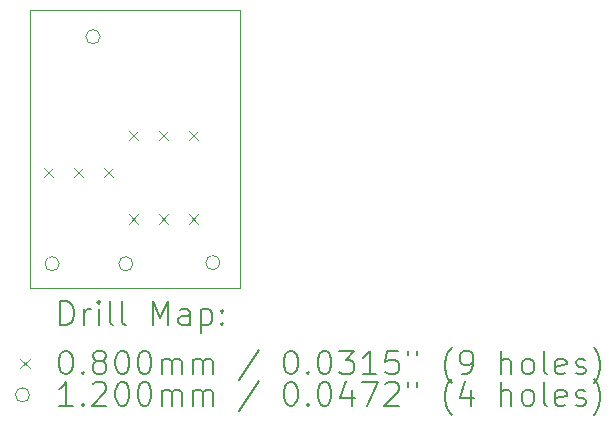
<source format=gbr>
%TF.GenerationSoftware,KiCad,Pcbnew,8.0.5*%
%TF.CreationDate,2025-01-13T21:43:44-08:00*%
%TF.ProjectId,hyperion,68797065-7269-46f6-9e2e-6b696361645f,rev?*%
%TF.SameCoordinates,Original*%
%TF.FileFunction,Drillmap*%
%TF.FilePolarity,Positive*%
%FSLAX45Y45*%
G04 Gerber Fmt 4.5, Leading zero omitted, Abs format (unit mm)*
G04 Created by KiCad (PCBNEW 8.0.5) date 2025-01-13 21:43:44*
%MOMM*%
%LPD*%
G01*
G04 APERTURE LIST*
%ADD10C,0.050000*%
%ADD11C,0.200000*%
%ADD12C,0.100000*%
%ADD13C,0.120000*%
G04 APERTURE END LIST*
D10*
X12700000Y-12700000D02*
X14478000Y-12700000D01*
X14478000Y-12700000D02*
X14478000Y-10350500D01*
X12700000Y-10350500D02*
X12700000Y-12700000D01*
X14478000Y-10350500D02*
X12700000Y-10350500D01*
D11*
D12*
X12817480Y-11684640D02*
X12897480Y-11764640D01*
X12897480Y-11684640D02*
X12817480Y-11764640D01*
X13071480Y-11684640D02*
X13151480Y-11764640D01*
X13151480Y-11684640D02*
X13071480Y-11764640D01*
X13325480Y-11684640D02*
X13405480Y-11764640D01*
X13405480Y-11684640D02*
X13325480Y-11764640D01*
X13536000Y-11369000D02*
X13616000Y-11449000D01*
X13616000Y-11369000D02*
X13536000Y-11449000D01*
X13536000Y-12076000D02*
X13616000Y-12156000D01*
X13616000Y-12076000D02*
X13536000Y-12156000D01*
X13790000Y-11369000D02*
X13870000Y-11449000D01*
X13870000Y-11369000D02*
X13790000Y-11449000D01*
X13790000Y-12076000D02*
X13870000Y-12156000D01*
X13870000Y-12076000D02*
X13790000Y-12156000D01*
X14044000Y-11369000D02*
X14124000Y-11449000D01*
X14124000Y-11369000D02*
X14044000Y-11449000D01*
X14044000Y-12076000D02*
X14124000Y-12156000D01*
X14124000Y-12076000D02*
X14044000Y-12156000D01*
D13*
X12947960Y-12496800D02*
G75*
G02*
X12827960Y-12496800I-60000J0D01*
G01*
X12827960Y-12496800D02*
G75*
G02*
X12947960Y-12496800I60000J0D01*
G01*
X13294500Y-10573000D02*
G75*
G02*
X13174500Y-10573000I-60000J0D01*
G01*
X13174500Y-10573000D02*
G75*
G02*
X13294500Y-10573000I60000J0D01*
G01*
X13572800Y-12496800D02*
G75*
G02*
X13452800Y-12496800I-60000J0D01*
G01*
X13452800Y-12496800D02*
G75*
G02*
X13572800Y-12496800I60000J0D01*
G01*
X14309400Y-12486640D02*
G75*
G02*
X14189400Y-12486640I-60000J0D01*
G01*
X14189400Y-12486640D02*
G75*
G02*
X14309400Y-12486640I60000J0D01*
G01*
D11*
X12958277Y-13013984D02*
X12958277Y-12813984D01*
X12958277Y-12813984D02*
X13005896Y-12813984D01*
X13005896Y-12813984D02*
X13034467Y-12823508D01*
X13034467Y-12823508D02*
X13053515Y-12842555D01*
X13053515Y-12842555D02*
X13063039Y-12861603D01*
X13063039Y-12861603D02*
X13072562Y-12899698D01*
X13072562Y-12899698D02*
X13072562Y-12928269D01*
X13072562Y-12928269D02*
X13063039Y-12966365D01*
X13063039Y-12966365D02*
X13053515Y-12985412D01*
X13053515Y-12985412D02*
X13034467Y-13004460D01*
X13034467Y-13004460D02*
X13005896Y-13013984D01*
X13005896Y-13013984D02*
X12958277Y-13013984D01*
X13158277Y-13013984D02*
X13158277Y-12880650D01*
X13158277Y-12918746D02*
X13167801Y-12899698D01*
X13167801Y-12899698D02*
X13177324Y-12890174D01*
X13177324Y-12890174D02*
X13196372Y-12880650D01*
X13196372Y-12880650D02*
X13215420Y-12880650D01*
X13282086Y-13013984D02*
X13282086Y-12880650D01*
X13282086Y-12813984D02*
X13272562Y-12823508D01*
X13272562Y-12823508D02*
X13282086Y-12833031D01*
X13282086Y-12833031D02*
X13291610Y-12823508D01*
X13291610Y-12823508D02*
X13282086Y-12813984D01*
X13282086Y-12813984D02*
X13282086Y-12833031D01*
X13405896Y-13013984D02*
X13386848Y-13004460D01*
X13386848Y-13004460D02*
X13377324Y-12985412D01*
X13377324Y-12985412D02*
X13377324Y-12813984D01*
X13510658Y-13013984D02*
X13491610Y-13004460D01*
X13491610Y-13004460D02*
X13482086Y-12985412D01*
X13482086Y-12985412D02*
X13482086Y-12813984D01*
X13739229Y-13013984D02*
X13739229Y-12813984D01*
X13739229Y-12813984D02*
X13805896Y-12956841D01*
X13805896Y-12956841D02*
X13872562Y-12813984D01*
X13872562Y-12813984D02*
X13872562Y-13013984D01*
X14053515Y-13013984D02*
X14053515Y-12909222D01*
X14053515Y-12909222D02*
X14043991Y-12890174D01*
X14043991Y-12890174D02*
X14024943Y-12880650D01*
X14024943Y-12880650D02*
X13986848Y-12880650D01*
X13986848Y-12880650D02*
X13967801Y-12890174D01*
X14053515Y-13004460D02*
X14034467Y-13013984D01*
X14034467Y-13013984D02*
X13986848Y-13013984D01*
X13986848Y-13013984D02*
X13967801Y-13004460D01*
X13967801Y-13004460D02*
X13958277Y-12985412D01*
X13958277Y-12985412D02*
X13958277Y-12966365D01*
X13958277Y-12966365D02*
X13967801Y-12947317D01*
X13967801Y-12947317D02*
X13986848Y-12937793D01*
X13986848Y-12937793D02*
X14034467Y-12937793D01*
X14034467Y-12937793D02*
X14053515Y-12928269D01*
X14148753Y-12880650D02*
X14148753Y-13080650D01*
X14148753Y-12890174D02*
X14167801Y-12880650D01*
X14167801Y-12880650D02*
X14205896Y-12880650D01*
X14205896Y-12880650D02*
X14224943Y-12890174D01*
X14224943Y-12890174D02*
X14234467Y-12899698D01*
X14234467Y-12899698D02*
X14243991Y-12918746D01*
X14243991Y-12918746D02*
X14243991Y-12975888D01*
X14243991Y-12975888D02*
X14234467Y-12994936D01*
X14234467Y-12994936D02*
X14224943Y-13004460D01*
X14224943Y-13004460D02*
X14205896Y-13013984D01*
X14205896Y-13013984D02*
X14167801Y-13013984D01*
X14167801Y-13013984D02*
X14148753Y-13004460D01*
X14329705Y-12994936D02*
X14339229Y-13004460D01*
X14339229Y-13004460D02*
X14329705Y-13013984D01*
X14329705Y-13013984D02*
X14320182Y-13004460D01*
X14320182Y-13004460D02*
X14329705Y-12994936D01*
X14329705Y-12994936D02*
X14329705Y-13013984D01*
X14329705Y-12890174D02*
X14339229Y-12899698D01*
X14339229Y-12899698D02*
X14329705Y-12909222D01*
X14329705Y-12909222D02*
X14320182Y-12899698D01*
X14320182Y-12899698D02*
X14329705Y-12890174D01*
X14329705Y-12890174D02*
X14329705Y-12909222D01*
D12*
X12617500Y-13302500D02*
X12697500Y-13382500D01*
X12697500Y-13302500D02*
X12617500Y-13382500D01*
D11*
X12996372Y-13233984D02*
X13015420Y-13233984D01*
X13015420Y-13233984D02*
X13034467Y-13243508D01*
X13034467Y-13243508D02*
X13043991Y-13253031D01*
X13043991Y-13253031D02*
X13053515Y-13272079D01*
X13053515Y-13272079D02*
X13063039Y-13310174D01*
X13063039Y-13310174D02*
X13063039Y-13357793D01*
X13063039Y-13357793D02*
X13053515Y-13395888D01*
X13053515Y-13395888D02*
X13043991Y-13414936D01*
X13043991Y-13414936D02*
X13034467Y-13424460D01*
X13034467Y-13424460D02*
X13015420Y-13433984D01*
X13015420Y-13433984D02*
X12996372Y-13433984D01*
X12996372Y-13433984D02*
X12977324Y-13424460D01*
X12977324Y-13424460D02*
X12967801Y-13414936D01*
X12967801Y-13414936D02*
X12958277Y-13395888D01*
X12958277Y-13395888D02*
X12948753Y-13357793D01*
X12948753Y-13357793D02*
X12948753Y-13310174D01*
X12948753Y-13310174D02*
X12958277Y-13272079D01*
X12958277Y-13272079D02*
X12967801Y-13253031D01*
X12967801Y-13253031D02*
X12977324Y-13243508D01*
X12977324Y-13243508D02*
X12996372Y-13233984D01*
X13148753Y-13414936D02*
X13158277Y-13424460D01*
X13158277Y-13424460D02*
X13148753Y-13433984D01*
X13148753Y-13433984D02*
X13139229Y-13424460D01*
X13139229Y-13424460D02*
X13148753Y-13414936D01*
X13148753Y-13414936D02*
X13148753Y-13433984D01*
X13272562Y-13319698D02*
X13253515Y-13310174D01*
X13253515Y-13310174D02*
X13243991Y-13300650D01*
X13243991Y-13300650D02*
X13234467Y-13281603D01*
X13234467Y-13281603D02*
X13234467Y-13272079D01*
X13234467Y-13272079D02*
X13243991Y-13253031D01*
X13243991Y-13253031D02*
X13253515Y-13243508D01*
X13253515Y-13243508D02*
X13272562Y-13233984D01*
X13272562Y-13233984D02*
X13310658Y-13233984D01*
X13310658Y-13233984D02*
X13329705Y-13243508D01*
X13329705Y-13243508D02*
X13339229Y-13253031D01*
X13339229Y-13253031D02*
X13348753Y-13272079D01*
X13348753Y-13272079D02*
X13348753Y-13281603D01*
X13348753Y-13281603D02*
X13339229Y-13300650D01*
X13339229Y-13300650D02*
X13329705Y-13310174D01*
X13329705Y-13310174D02*
X13310658Y-13319698D01*
X13310658Y-13319698D02*
X13272562Y-13319698D01*
X13272562Y-13319698D02*
X13253515Y-13329222D01*
X13253515Y-13329222D02*
X13243991Y-13338746D01*
X13243991Y-13338746D02*
X13234467Y-13357793D01*
X13234467Y-13357793D02*
X13234467Y-13395888D01*
X13234467Y-13395888D02*
X13243991Y-13414936D01*
X13243991Y-13414936D02*
X13253515Y-13424460D01*
X13253515Y-13424460D02*
X13272562Y-13433984D01*
X13272562Y-13433984D02*
X13310658Y-13433984D01*
X13310658Y-13433984D02*
X13329705Y-13424460D01*
X13329705Y-13424460D02*
X13339229Y-13414936D01*
X13339229Y-13414936D02*
X13348753Y-13395888D01*
X13348753Y-13395888D02*
X13348753Y-13357793D01*
X13348753Y-13357793D02*
X13339229Y-13338746D01*
X13339229Y-13338746D02*
X13329705Y-13329222D01*
X13329705Y-13329222D02*
X13310658Y-13319698D01*
X13472562Y-13233984D02*
X13491610Y-13233984D01*
X13491610Y-13233984D02*
X13510658Y-13243508D01*
X13510658Y-13243508D02*
X13520182Y-13253031D01*
X13520182Y-13253031D02*
X13529705Y-13272079D01*
X13529705Y-13272079D02*
X13539229Y-13310174D01*
X13539229Y-13310174D02*
X13539229Y-13357793D01*
X13539229Y-13357793D02*
X13529705Y-13395888D01*
X13529705Y-13395888D02*
X13520182Y-13414936D01*
X13520182Y-13414936D02*
X13510658Y-13424460D01*
X13510658Y-13424460D02*
X13491610Y-13433984D01*
X13491610Y-13433984D02*
X13472562Y-13433984D01*
X13472562Y-13433984D02*
X13453515Y-13424460D01*
X13453515Y-13424460D02*
X13443991Y-13414936D01*
X13443991Y-13414936D02*
X13434467Y-13395888D01*
X13434467Y-13395888D02*
X13424943Y-13357793D01*
X13424943Y-13357793D02*
X13424943Y-13310174D01*
X13424943Y-13310174D02*
X13434467Y-13272079D01*
X13434467Y-13272079D02*
X13443991Y-13253031D01*
X13443991Y-13253031D02*
X13453515Y-13243508D01*
X13453515Y-13243508D02*
X13472562Y-13233984D01*
X13663039Y-13233984D02*
X13682086Y-13233984D01*
X13682086Y-13233984D02*
X13701134Y-13243508D01*
X13701134Y-13243508D02*
X13710658Y-13253031D01*
X13710658Y-13253031D02*
X13720182Y-13272079D01*
X13720182Y-13272079D02*
X13729705Y-13310174D01*
X13729705Y-13310174D02*
X13729705Y-13357793D01*
X13729705Y-13357793D02*
X13720182Y-13395888D01*
X13720182Y-13395888D02*
X13710658Y-13414936D01*
X13710658Y-13414936D02*
X13701134Y-13424460D01*
X13701134Y-13424460D02*
X13682086Y-13433984D01*
X13682086Y-13433984D02*
X13663039Y-13433984D01*
X13663039Y-13433984D02*
X13643991Y-13424460D01*
X13643991Y-13424460D02*
X13634467Y-13414936D01*
X13634467Y-13414936D02*
X13624943Y-13395888D01*
X13624943Y-13395888D02*
X13615420Y-13357793D01*
X13615420Y-13357793D02*
X13615420Y-13310174D01*
X13615420Y-13310174D02*
X13624943Y-13272079D01*
X13624943Y-13272079D02*
X13634467Y-13253031D01*
X13634467Y-13253031D02*
X13643991Y-13243508D01*
X13643991Y-13243508D02*
X13663039Y-13233984D01*
X13815420Y-13433984D02*
X13815420Y-13300650D01*
X13815420Y-13319698D02*
X13824943Y-13310174D01*
X13824943Y-13310174D02*
X13843991Y-13300650D01*
X13843991Y-13300650D02*
X13872563Y-13300650D01*
X13872563Y-13300650D02*
X13891610Y-13310174D01*
X13891610Y-13310174D02*
X13901134Y-13329222D01*
X13901134Y-13329222D02*
X13901134Y-13433984D01*
X13901134Y-13329222D02*
X13910658Y-13310174D01*
X13910658Y-13310174D02*
X13929705Y-13300650D01*
X13929705Y-13300650D02*
X13958277Y-13300650D01*
X13958277Y-13300650D02*
X13977324Y-13310174D01*
X13977324Y-13310174D02*
X13986848Y-13329222D01*
X13986848Y-13329222D02*
X13986848Y-13433984D01*
X14082086Y-13433984D02*
X14082086Y-13300650D01*
X14082086Y-13319698D02*
X14091610Y-13310174D01*
X14091610Y-13310174D02*
X14110658Y-13300650D01*
X14110658Y-13300650D02*
X14139229Y-13300650D01*
X14139229Y-13300650D02*
X14158277Y-13310174D01*
X14158277Y-13310174D02*
X14167801Y-13329222D01*
X14167801Y-13329222D02*
X14167801Y-13433984D01*
X14167801Y-13329222D02*
X14177324Y-13310174D01*
X14177324Y-13310174D02*
X14196372Y-13300650D01*
X14196372Y-13300650D02*
X14224943Y-13300650D01*
X14224943Y-13300650D02*
X14243991Y-13310174D01*
X14243991Y-13310174D02*
X14253515Y-13329222D01*
X14253515Y-13329222D02*
X14253515Y-13433984D01*
X14643991Y-13224460D02*
X14472563Y-13481603D01*
X14901134Y-13233984D02*
X14920182Y-13233984D01*
X14920182Y-13233984D02*
X14939229Y-13243508D01*
X14939229Y-13243508D02*
X14948753Y-13253031D01*
X14948753Y-13253031D02*
X14958277Y-13272079D01*
X14958277Y-13272079D02*
X14967801Y-13310174D01*
X14967801Y-13310174D02*
X14967801Y-13357793D01*
X14967801Y-13357793D02*
X14958277Y-13395888D01*
X14958277Y-13395888D02*
X14948753Y-13414936D01*
X14948753Y-13414936D02*
X14939229Y-13424460D01*
X14939229Y-13424460D02*
X14920182Y-13433984D01*
X14920182Y-13433984D02*
X14901134Y-13433984D01*
X14901134Y-13433984D02*
X14882086Y-13424460D01*
X14882086Y-13424460D02*
X14872563Y-13414936D01*
X14872563Y-13414936D02*
X14863039Y-13395888D01*
X14863039Y-13395888D02*
X14853515Y-13357793D01*
X14853515Y-13357793D02*
X14853515Y-13310174D01*
X14853515Y-13310174D02*
X14863039Y-13272079D01*
X14863039Y-13272079D02*
X14872563Y-13253031D01*
X14872563Y-13253031D02*
X14882086Y-13243508D01*
X14882086Y-13243508D02*
X14901134Y-13233984D01*
X15053515Y-13414936D02*
X15063039Y-13424460D01*
X15063039Y-13424460D02*
X15053515Y-13433984D01*
X15053515Y-13433984D02*
X15043991Y-13424460D01*
X15043991Y-13424460D02*
X15053515Y-13414936D01*
X15053515Y-13414936D02*
X15053515Y-13433984D01*
X15186848Y-13233984D02*
X15205896Y-13233984D01*
X15205896Y-13233984D02*
X15224944Y-13243508D01*
X15224944Y-13243508D02*
X15234467Y-13253031D01*
X15234467Y-13253031D02*
X15243991Y-13272079D01*
X15243991Y-13272079D02*
X15253515Y-13310174D01*
X15253515Y-13310174D02*
X15253515Y-13357793D01*
X15253515Y-13357793D02*
X15243991Y-13395888D01*
X15243991Y-13395888D02*
X15234467Y-13414936D01*
X15234467Y-13414936D02*
X15224944Y-13424460D01*
X15224944Y-13424460D02*
X15205896Y-13433984D01*
X15205896Y-13433984D02*
X15186848Y-13433984D01*
X15186848Y-13433984D02*
X15167801Y-13424460D01*
X15167801Y-13424460D02*
X15158277Y-13414936D01*
X15158277Y-13414936D02*
X15148753Y-13395888D01*
X15148753Y-13395888D02*
X15139229Y-13357793D01*
X15139229Y-13357793D02*
X15139229Y-13310174D01*
X15139229Y-13310174D02*
X15148753Y-13272079D01*
X15148753Y-13272079D02*
X15158277Y-13253031D01*
X15158277Y-13253031D02*
X15167801Y-13243508D01*
X15167801Y-13243508D02*
X15186848Y-13233984D01*
X15320182Y-13233984D02*
X15443991Y-13233984D01*
X15443991Y-13233984D02*
X15377325Y-13310174D01*
X15377325Y-13310174D02*
X15405896Y-13310174D01*
X15405896Y-13310174D02*
X15424944Y-13319698D01*
X15424944Y-13319698D02*
X15434467Y-13329222D01*
X15434467Y-13329222D02*
X15443991Y-13348269D01*
X15443991Y-13348269D02*
X15443991Y-13395888D01*
X15443991Y-13395888D02*
X15434467Y-13414936D01*
X15434467Y-13414936D02*
X15424944Y-13424460D01*
X15424944Y-13424460D02*
X15405896Y-13433984D01*
X15405896Y-13433984D02*
X15348753Y-13433984D01*
X15348753Y-13433984D02*
X15329706Y-13424460D01*
X15329706Y-13424460D02*
X15320182Y-13414936D01*
X15634467Y-13433984D02*
X15520182Y-13433984D01*
X15577325Y-13433984D02*
X15577325Y-13233984D01*
X15577325Y-13233984D02*
X15558277Y-13262555D01*
X15558277Y-13262555D02*
X15539229Y-13281603D01*
X15539229Y-13281603D02*
X15520182Y-13291127D01*
X15815420Y-13233984D02*
X15720182Y-13233984D01*
X15720182Y-13233984D02*
X15710658Y-13329222D01*
X15710658Y-13329222D02*
X15720182Y-13319698D01*
X15720182Y-13319698D02*
X15739229Y-13310174D01*
X15739229Y-13310174D02*
X15786848Y-13310174D01*
X15786848Y-13310174D02*
X15805896Y-13319698D01*
X15805896Y-13319698D02*
X15815420Y-13329222D01*
X15815420Y-13329222D02*
X15824944Y-13348269D01*
X15824944Y-13348269D02*
X15824944Y-13395888D01*
X15824944Y-13395888D02*
X15815420Y-13414936D01*
X15815420Y-13414936D02*
X15805896Y-13424460D01*
X15805896Y-13424460D02*
X15786848Y-13433984D01*
X15786848Y-13433984D02*
X15739229Y-13433984D01*
X15739229Y-13433984D02*
X15720182Y-13424460D01*
X15720182Y-13424460D02*
X15710658Y-13414936D01*
X15901134Y-13233984D02*
X15901134Y-13272079D01*
X15977325Y-13233984D02*
X15977325Y-13272079D01*
X16272563Y-13510174D02*
X16263039Y-13500650D01*
X16263039Y-13500650D02*
X16243991Y-13472079D01*
X16243991Y-13472079D02*
X16234468Y-13453031D01*
X16234468Y-13453031D02*
X16224944Y-13424460D01*
X16224944Y-13424460D02*
X16215420Y-13376841D01*
X16215420Y-13376841D02*
X16215420Y-13338746D01*
X16215420Y-13338746D02*
X16224944Y-13291127D01*
X16224944Y-13291127D02*
X16234468Y-13262555D01*
X16234468Y-13262555D02*
X16243991Y-13243508D01*
X16243991Y-13243508D02*
X16263039Y-13214936D01*
X16263039Y-13214936D02*
X16272563Y-13205412D01*
X16358277Y-13433984D02*
X16396372Y-13433984D01*
X16396372Y-13433984D02*
X16415420Y-13424460D01*
X16415420Y-13424460D02*
X16424944Y-13414936D01*
X16424944Y-13414936D02*
X16443991Y-13386365D01*
X16443991Y-13386365D02*
X16453515Y-13348269D01*
X16453515Y-13348269D02*
X16453515Y-13272079D01*
X16453515Y-13272079D02*
X16443991Y-13253031D01*
X16443991Y-13253031D02*
X16434468Y-13243508D01*
X16434468Y-13243508D02*
X16415420Y-13233984D01*
X16415420Y-13233984D02*
X16377325Y-13233984D01*
X16377325Y-13233984D02*
X16358277Y-13243508D01*
X16358277Y-13243508D02*
X16348753Y-13253031D01*
X16348753Y-13253031D02*
X16339229Y-13272079D01*
X16339229Y-13272079D02*
X16339229Y-13319698D01*
X16339229Y-13319698D02*
X16348753Y-13338746D01*
X16348753Y-13338746D02*
X16358277Y-13348269D01*
X16358277Y-13348269D02*
X16377325Y-13357793D01*
X16377325Y-13357793D02*
X16415420Y-13357793D01*
X16415420Y-13357793D02*
X16434468Y-13348269D01*
X16434468Y-13348269D02*
X16443991Y-13338746D01*
X16443991Y-13338746D02*
X16453515Y-13319698D01*
X16691610Y-13433984D02*
X16691610Y-13233984D01*
X16777325Y-13433984D02*
X16777325Y-13329222D01*
X16777325Y-13329222D02*
X16767801Y-13310174D01*
X16767801Y-13310174D02*
X16748753Y-13300650D01*
X16748753Y-13300650D02*
X16720182Y-13300650D01*
X16720182Y-13300650D02*
X16701134Y-13310174D01*
X16701134Y-13310174D02*
X16691610Y-13319698D01*
X16901134Y-13433984D02*
X16882087Y-13424460D01*
X16882087Y-13424460D02*
X16872563Y-13414936D01*
X16872563Y-13414936D02*
X16863039Y-13395888D01*
X16863039Y-13395888D02*
X16863039Y-13338746D01*
X16863039Y-13338746D02*
X16872563Y-13319698D01*
X16872563Y-13319698D02*
X16882087Y-13310174D01*
X16882087Y-13310174D02*
X16901134Y-13300650D01*
X16901134Y-13300650D02*
X16929706Y-13300650D01*
X16929706Y-13300650D02*
X16948753Y-13310174D01*
X16948753Y-13310174D02*
X16958277Y-13319698D01*
X16958277Y-13319698D02*
X16967801Y-13338746D01*
X16967801Y-13338746D02*
X16967801Y-13395888D01*
X16967801Y-13395888D02*
X16958277Y-13414936D01*
X16958277Y-13414936D02*
X16948753Y-13424460D01*
X16948753Y-13424460D02*
X16929706Y-13433984D01*
X16929706Y-13433984D02*
X16901134Y-13433984D01*
X17082087Y-13433984D02*
X17063039Y-13424460D01*
X17063039Y-13424460D02*
X17053515Y-13405412D01*
X17053515Y-13405412D02*
X17053515Y-13233984D01*
X17234468Y-13424460D02*
X17215420Y-13433984D01*
X17215420Y-13433984D02*
X17177325Y-13433984D01*
X17177325Y-13433984D02*
X17158277Y-13424460D01*
X17158277Y-13424460D02*
X17148753Y-13405412D01*
X17148753Y-13405412D02*
X17148753Y-13329222D01*
X17148753Y-13329222D02*
X17158277Y-13310174D01*
X17158277Y-13310174D02*
X17177325Y-13300650D01*
X17177325Y-13300650D02*
X17215420Y-13300650D01*
X17215420Y-13300650D02*
X17234468Y-13310174D01*
X17234468Y-13310174D02*
X17243992Y-13329222D01*
X17243992Y-13329222D02*
X17243992Y-13348269D01*
X17243992Y-13348269D02*
X17148753Y-13367317D01*
X17320182Y-13424460D02*
X17339230Y-13433984D01*
X17339230Y-13433984D02*
X17377325Y-13433984D01*
X17377325Y-13433984D02*
X17396373Y-13424460D01*
X17396373Y-13424460D02*
X17405896Y-13405412D01*
X17405896Y-13405412D02*
X17405896Y-13395888D01*
X17405896Y-13395888D02*
X17396373Y-13376841D01*
X17396373Y-13376841D02*
X17377325Y-13367317D01*
X17377325Y-13367317D02*
X17348753Y-13367317D01*
X17348753Y-13367317D02*
X17329706Y-13357793D01*
X17329706Y-13357793D02*
X17320182Y-13338746D01*
X17320182Y-13338746D02*
X17320182Y-13329222D01*
X17320182Y-13329222D02*
X17329706Y-13310174D01*
X17329706Y-13310174D02*
X17348753Y-13300650D01*
X17348753Y-13300650D02*
X17377325Y-13300650D01*
X17377325Y-13300650D02*
X17396373Y-13310174D01*
X17472563Y-13510174D02*
X17482087Y-13500650D01*
X17482087Y-13500650D02*
X17501134Y-13472079D01*
X17501134Y-13472079D02*
X17510658Y-13453031D01*
X17510658Y-13453031D02*
X17520182Y-13424460D01*
X17520182Y-13424460D02*
X17529706Y-13376841D01*
X17529706Y-13376841D02*
X17529706Y-13338746D01*
X17529706Y-13338746D02*
X17520182Y-13291127D01*
X17520182Y-13291127D02*
X17510658Y-13262555D01*
X17510658Y-13262555D02*
X17501134Y-13243508D01*
X17501134Y-13243508D02*
X17482087Y-13214936D01*
X17482087Y-13214936D02*
X17472563Y-13205412D01*
D13*
X12697500Y-13606500D02*
G75*
G02*
X12577500Y-13606500I-60000J0D01*
G01*
X12577500Y-13606500D02*
G75*
G02*
X12697500Y-13606500I60000J0D01*
G01*
D11*
X13063039Y-13697984D02*
X12948753Y-13697984D01*
X13005896Y-13697984D02*
X13005896Y-13497984D01*
X13005896Y-13497984D02*
X12986848Y-13526555D01*
X12986848Y-13526555D02*
X12967801Y-13545603D01*
X12967801Y-13545603D02*
X12948753Y-13555127D01*
X13148753Y-13678936D02*
X13158277Y-13688460D01*
X13158277Y-13688460D02*
X13148753Y-13697984D01*
X13148753Y-13697984D02*
X13139229Y-13688460D01*
X13139229Y-13688460D02*
X13148753Y-13678936D01*
X13148753Y-13678936D02*
X13148753Y-13697984D01*
X13234467Y-13517031D02*
X13243991Y-13507508D01*
X13243991Y-13507508D02*
X13263039Y-13497984D01*
X13263039Y-13497984D02*
X13310658Y-13497984D01*
X13310658Y-13497984D02*
X13329705Y-13507508D01*
X13329705Y-13507508D02*
X13339229Y-13517031D01*
X13339229Y-13517031D02*
X13348753Y-13536079D01*
X13348753Y-13536079D02*
X13348753Y-13555127D01*
X13348753Y-13555127D02*
X13339229Y-13583698D01*
X13339229Y-13583698D02*
X13224943Y-13697984D01*
X13224943Y-13697984D02*
X13348753Y-13697984D01*
X13472562Y-13497984D02*
X13491610Y-13497984D01*
X13491610Y-13497984D02*
X13510658Y-13507508D01*
X13510658Y-13507508D02*
X13520182Y-13517031D01*
X13520182Y-13517031D02*
X13529705Y-13536079D01*
X13529705Y-13536079D02*
X13539229Y-13574174D01*
X13539229Y-13574174D02*
X13539229Y-13621793D01*
X13539229Y-13621793D02*
X13529705Y-13659888D01*
X13529705Y-13659888D02*
X13520182Y-13678936D01*
X13520182Y-13678936D02*
X13510658Y-13688460D01*
X13510658Y-13688460D02*
X13491610Y-13697984D01*
X13491610Y-13697984D02*
X13472562Y-13697984D01*
X13472562Y-13697984D02*
X13453515Y-13688460D01*
X13453515Y-13688460D02*
X13443991Y-13678936D01*
X13443991Y-13678936D02*
X13434467Y-13659888D01*
X13434467Y-13659888D02*
X13424943Y-13621793D01*
X13424943Y-13621793D02*
X13424943Y-13574174D01*
X13424943Y-13574174D02*
X13434467Y-13536079D01*
X13434467Y-13536079D02*
X13443991Y-13517031D01*
X13443991Y-13517031D02*
X13453515Y-13507508D01*
X13453515Y-13507508D02*
X13472562Y-13497984D01*
X13663039Y-13497984D02*
X13682086Y-13497984D01*
X13682086Y-13497984D02*
X13701134Y-13507508D01*
X13701134Y-13507508D02*
X13710658Y-13517031D01*
X13710658Y-13517031D02*
X13720182Y-13536079D01*
X13720182Y-13536079D02*
X13729705Y-13574174D01*
X13729705Y-13574174D02*
X13729705Y-13621793D01*
X13729705Y-13621793D02*
X13720182Y-13659888D01*
X13720182Y-13659888D02*
X13710658Y-13678936D01*
X13710658Y-13678936D02*
X13701134Y-13688460D01*
X13701134Y-13688460D02*
X13682086Y-13697984D01*
X13682086Y-13697984D02*
X13663039Y-13697984D01*
X13663039Y-13697984D02*
X13643991Y-13688460D01*
X13643991Y-13688460D02*
X13634467Y-13678936D01*
X13634467Y-13678936D02*
X13624943Y-13659888D01*
X13624943Y-13659888D02*
X13615420Y-13621793D01*
X13615420Y-13621793D02*
X13615420Y-13574174D01*
X13615420Y-13574174D02*
X13624943Y-13536079D01*
X13624943Y-13536079D02*
X13634467Y-13517031D01*
X13634467Y-13517031D02*
X13643991Y-13507508D01*
X13643991Y-13507508D02*
X13663039Y-13497984D01*
X13815420Y-13697984D02*
X13815420Y-13564650D01*
X13815420Y-13583698D02*
X13824943Y-13574174D01*
X13824943Y-13574174D02*
X13843991Y-13564650D01*
X13843991Y-13564650D02*
X13872563Y-13564650D01*
X13872563Y-13564650D02*
X13891610Y-13574174D01*
X13891610Y-13574174D02*
X13901134Y-13593222D01*
X13901134Y-13593222D02*
X13901134Y-13697984D01*
X13901134Y-13593222D02*
X13910658Y-13574174D01*
X13910658Y-13574174D02*
X13929705Y-13564650D01*
X13929705Y-13564650D02*
X13958277Y-13564650D01*
X13958277Y-13564650D02*
X13977324Y-13574174D01*
X13977324Y-13574174D02*
X13986848Y-13593222D01*
X13986848Y-13593222D02*
X13986848Y-13697984D01*
X14082086Y-13697984D02*
X14082086Y-13564650D01*
X14082086Y-13583698D02*
X14091610Y-13574174D01*
X14091610Y-13574174D02*
X14110658Y-13564650D01*
X14110658Y-13564650D02*
X14139229Y-13564650D01*
X14139229Y-13564650D02*
X14158277Y-13574174D01*
X14158277Y-13574174D02*
X14167801Y-13593222D01*
X14167801Y-13593222D02*
X14167801Y-13697984D01*
X14167801Y-13593222D02*
X14177324Y-13574174D01*
X14177324Y-13574174D02*
X14196372Y-13564650D01*
X14196372Y-13564650D02*
X14224943Y-13564650D01*
X14224943Y-13564650D02*
X14243991Y-13574174D01*
X14243991Y-13574174D02*
X14253515Y-13593222D01*
X14253515Y-13593222D02*
X14253515Y-13697984D01*
X14643991Y-13488460D02*
X14472563Y-13745603D01*
X14901134Y-13497984D02*
X14920182Y-13497984D01*
X14920182Y-13497984D02*
X14939229Y-13507508D01*
X14939229Y-13507508D02*
X14948753Y-13517031D01*
X14948753Y-13517031D02*
X14958277Y-13536079D01*
X14958277Y-13536079D02*
X14967801Y-13574174D01*
X14967801Y-13574174D02*
X14967801Y-13621793D01*
X14967801Y-13621793D02*
X14958277Y-13659888D01*
X14958277Y-13659888D02*
X14948753Y-13678936D01*
X14948753Y-13678936D02*
X14939229Y-13688460D01*
X14939229Y-13688460D02*
X14920182Y-13697984D01*
X14920182Y-13697984D02*
X14901134Y-13697984D01*
X14901134Y-13697984D02*
X14882086Y-13688460D01*
X14882086Y-13688460D02*
X14872563Y-13678936D01*
X14872563Y-13678936D02*
X14863039Y-13659888D01*
X14863039Y-13659888D02*
X14853515Y-13621793D01*
X14853515Y-13621793D02*
X14853515Y-13574174D01*
X14853515Y-13574174D02*
X14863039Y-13536079D01*
X14863039Y-13536079D02*
X14872563Y-13517031D01*
X14872563Y-13517031D02*
X14882086Y-13507508D01*
X14882086Y-13507508D02*
X14901134Y-13497984D01*
X15053515Y-13678936D02*
X15063039Y-13688460D01*
X15063039Y-13688460D02*
X15053515Y-13697984D01*
X15053515Y-13697984D02*
X15043991Y-13688460D01*
X15043991Y-13688460D02*
X15053515Y-13678936D01*
X15053515Y-13678936D02*
X15053515Y-13697984D01*
X15186848Y-13497984D02*
X15205896Y-13497984D01*
X15205896Y-13497984D02*
X15224944Y-13507508D01*
X15224944Y-13507508D02*
X15234467Y-13517031D01*
X15234467Y-13517031D02*
X15243991Y-13536079D01*
X15243991Y-13536079D02*
X15253515Y-13574174D01*
X15253515Y-13574174D02*
X15253515Y-13621793D01*
X15253515Y-13621793D02*
X15243991Y-13659888D01*
X15243991Y-13659888D02*
X15234467Y-13678936D01*
X15234467Y-13678936D02*
X15224944Y-13688460D01*
X15224944Y-13688460D02*
X15205896Y-13697984D01*
X15205896Y-13697984D02*
X15186848Y-13697984D01*
X15186848Y-13697984D02*
X15167801Y-13688460D01*
X15167801Y-13688460D02*
X15158277Y-13678936D01*
X15158277Y-13678936D02*
X15148753Y-13659888D01*
X15148753Y-13659888D02*
X15139229Y-13621793D01*
X15139229Y-13621793D02*
X15139229Y-13574174D01*
X15139229Y-13574174D02*
X15148753Y-13536079D01*
X15148753Y-13536079D02*
X15158277Y-13517031D01*
X15158277Y-13517031D02*
X15167801Y-13507508D01*
X15167801Y-13507508D02*
X15186848Y-13497984D01*
X15424944Y-13564650D02*
X15424944Y-13697984D01*
X15377325Y-13488460D02*
X15329706Y-13631317D01*
X15329706Y-13631317D02*
X15453515Y-13631317D01*
X15510658Y-13497984D02*
X15643991Y-13497984D01*
X15643991Y-13497984D02*
X15558277Y-13697984D01*
X15710658Y-13517031D02*
X15720182Y-13507508D01*
X15720182Y-13507508D02*
X15739229Y-13497984D01*
X15739229Y-13497984D02*
X15786848Y-13497984D01*
X15786848Y-13497984D02*
X15805896Y-13507508D01*
X15805896Y-13507508D02*
X15815420Y-13517031D01*
X15815420Y-13517031D02*
X15824944Y-13536079D01*
X15824944Y-13536079D02*
X15824944Y-13555127D01*
X15824944Y-13555127D02*
X15815420Y-13583698D01*
X15815420Y-13583698D02*
X15701134Y-13697984D01*
X15701134Y-13697984D02*
X15824944Y-13697984D01*
X15901134Y-13497984D02*
X15901134Y-13536079D01*
X15977325Y-13497984D02*
X15977325Y-13536079D01*
X16272563Y-13774174D02*
X16263039Y-13764650D01*
X16263039Y-13764650D02*
X16243991Y-13736079D01*
X16243991Y-13736079D02*
X16234468Y-13717031D01*
X16234468Y-13717031D02*
X16224944Y-13688460D01*
X16224944Y-13688460D02*
X16215420Y-13640841D01*
X16215420Y-13640841D02*
X16215420Y-13602746D01*
X16215420Y-13602746D02*
X16224944Y-13555127D01*
X16224944Y-13555127D02*
X16234468Y-13526555D01*
X16234468Y-13526555D02*
X16243991Y-13507508D01*
X16243991Y-13507508D02*
X16263039Y-13478936D01*
X16263039Y-13478936D02*
X16272563Y-13469412D01*
X16434468Y-13564650D02*
X16434468Y-13697984D01*
X16386848Y-13488460D02*
X16339229Y-13631317D01*
X16339229Y-13631317D02*
X16463039Y-13631317D01*
X16691610Y-13697984D02*
X16691610Y-13497984D01*
X16777325Y-13697984D02*
X16777325Y-13593222D01*
X16777325Y-13593222D02*
X16767801Y-13574174D01*
X16767801Y-13574174D02*
X16748753Y-13564650D01*
X16748753Y-13564650D02*
X16720182Y-13564650D01*
X16720182Y-13564650D02*
X16701134Y-13574174D01*
X16701134Y-13574174D02*
X16691610Y-13583698D01*
X16901134Y-13697984D02*
X16882087Y-13688460D01*
X16882087Y-13688460D02*
X16872563Y-13678936D01*
X16872563Y-13678936D02*
X16863039Y-13659888D01*
X16863039Y-13659888D02*
X16863039Y-13602746D01*
X16863039Y-13602746D02*
X16872563Y-13583698D01*
X16872563Y-13583698D02*
X16882087Y-13574174D01*
X16882087Y-13574174D02*
X16901134Y-13564650D01*
X16901134Y-13564650D02*
X16929706Y-13564650D01*
X16929706Y-13564650D02*
X16948753Y-13574174D01*
X16948753Y-13574174D02*
X16958277Y-13583698D01*
X16958277Y-13583698D02*
X16967801Y-13602746D01*
X16967801Y-13602746D02*
X16967801Y-13659888D01*
X16967801Y-13659888D02*
X16958277Y-13678936D01*
X16958277Y-13678936D02*
X16948753Y-13688460D01*
X16948753Y-13688460D02*
X16929706Y-13697984D01*
X16929706Y-13697984D02*
X16901134Y-13697984D01*
X17082087Y-13697984D02*
X17063039Y-13688460D01*
X17063039Y-13688460D02*
X17053515Y-13669412D01*
X17053515Y-13669412D02*
X17053515Y-13497984D01*
X17234468Y-13688460D02*
X17215420Y-13697984D01*
X17215420Y-13697984D02*
X17177325Y-13697984D01*
X17177325Y-13697984D02*
X17158277Y-13688460D01*
X17158277Y-13688460D02*
X17148753Y-13669412D01*
X17148753Y-13669412D02*
X17148753Y-13593222D01*
X17148753Y-13593222D02*
X17158277Y-13574174D01*
X17158277Y-13574174D02*
X17177325Y-13564650D01*
X17177325Y-13564650D02*
X17215420Y-13564650D01*
X17215420Y-13564650D02*
X17234468Y-13574174D01*
X17234468Y-13574174D02*
X17243992Y-13593222D01*
X17243992Y-13593222D02*
X17243992Y-13612269D01*
X17243992Y-13612269D02*
X17148753Y-13631317D01*
X17320182Y-13688460D02*
X17339230Y-13697984D01*
X17339230Y-13697984D02*
X17377325Y-13697984D01*
X17377325Y-13697984D02*
X17396373Y-13688460D01*
X17396373Y-13688460D02*
X17405896Y-13669412D01*
X17405896Y-13669412D02*
X17405896Y-13659888D01*
X17405896Y-13659888D02*
X17396373Y-13640841D01*
X17396373Y-13640841D02*
X17377325Y-13631317D01*
X17377325Y-13631317D02*
X17348753Y-13631317D01*
X17348753Y-13631317D02*
X17329706Y-13621793D01*
X17329706Y-13621793D02*
X17320182Y-13602746D01*
X17320182Y-13602746D02*
X17320182Y-13593222D01*
X17320182Y-13593222D02*
X17329706Y-13574174D01*
X17329706Y-13574174D02*
X17348753Y-13564650D01*
X17348753Y-13564650D02*
X17377325Y-13564650D01*
X17377325Y-13564650D02*
X17396373Y-13574174D01*
X17472563Y-13774174D02*
X17482087Y-13764650D01*
X17482087Y-13764650D02*
X17501134Y-13736079D01*
X17501134Y-13736079D02*
X17510658Y-13717031D01*
X17510658Y-13717031D02*
X17520182Y-13688460D01*
X17520182Y-13688460D02*
X17529706Y-13640841D01*
X17529706Y-13640841D02*
X17529706Y-13602746D01*
X17529706Y-13602746D02*
X17520182Y-13555127D01*
X17520182Y-13555127D02*
X17510658Y-13526555D01*
X17510658Y-13526555D02*
X17501134Y-13507508D01*
X17501134Y-13507508D02*
X17482087Y-13478936D01*
X17482087Y-13478936D02*
X17472563Y-13469412D01*
M02*

</source>
